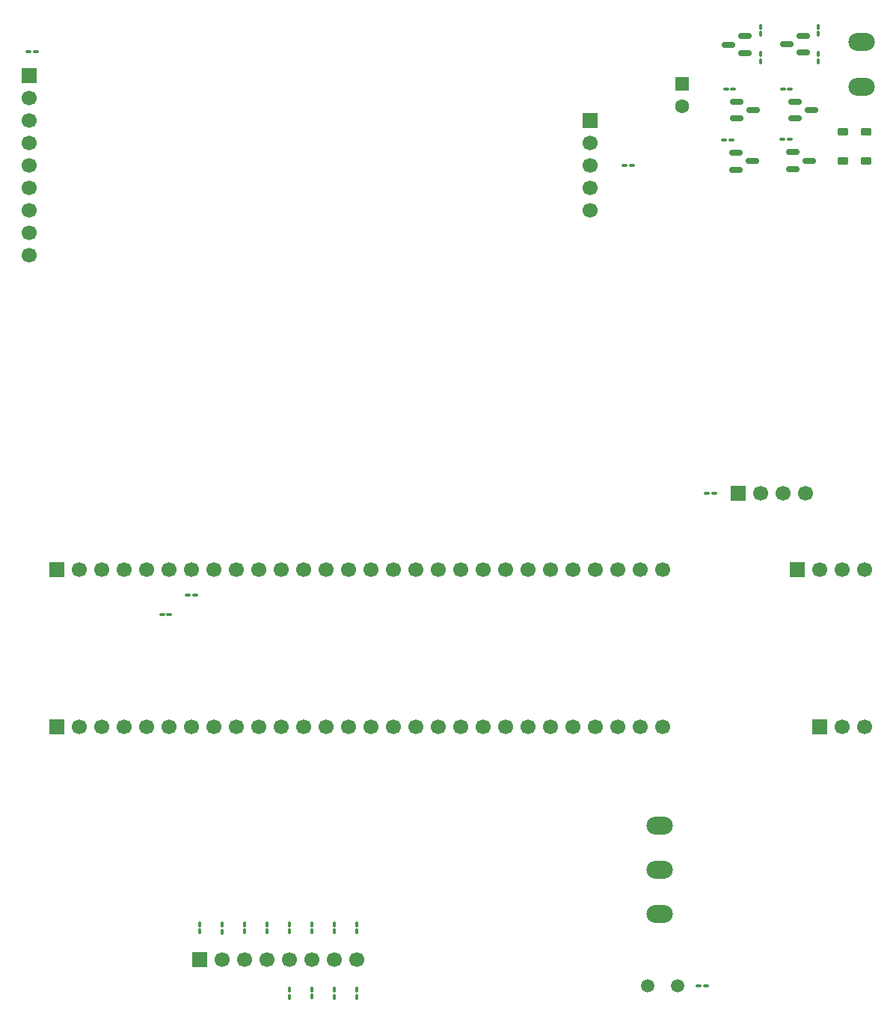
<source format=gbr>
%TF.GenerationSoftware,KiCad,Pcbnew,9.0.6*%
%TF.CreationDate,2025-11-21T06:24:55-05:00*%
%TF.ProjectId,sch,7363682e-6b69-4636-9164-5f7063625858,1.0*%
%TF.SameCoordinates,Original*%
%TF.FileFunction,Soldermask,Top*%
%TF.FilePolarity,Negative*%
%FSLAX46Y46*%
G04 Gerber Fmt 4.6, Leading zero omitted, Abs format (unit mm)*
G04 Created by KiCad (PCBNEW 9.0.6) date 2025-11-21 06:24:55*
%MOMM*%
%LPD*%
G01*
G04 APERTURE LIST*
G04 Aperture macros list*
%AMRoundRect*
0 Rectangle with rounded corners*
0 $1 Rounding radius*
0 $2 $3 $4 $5 $6 $7 $8 $9 X,Y pos of 4 corners*
0 Add a 4 corners polygon primitive as box body*
4,1,4,$2,$3,$4,$5,$6,$7,$8,$9,$2,$3,0*
0 Add four circle primitives for the rounded corners*
1,1,$1+$1,$2,$3*
1,1,$1+$1,$4,$5*
1,1,$1+$1,$6,$7*
1,1,$1+$1,$8,$9*
0 Add four rect primitives between the rounded corners*
20,1,$1+$1,$2,$3,$4,$5,0*
20,1,$1+$1,$4,$5,$6,$7,0*
20,1,$1+$1,$6,$7,$8,$9,0*
20,1,$1+$1,$8,$9,$2,$3,0*%
G04 Aperture macros list end*
%ADD10RoundRect,0.150000X-0.587500X-0.150000X0.587500X-0.150000X0.587500X0.150000X-0.587500X0.150000X0*%
%ADD11R,1.700000X1.700000*%
%ADD12C,1.700000*%
%ADD13RoundRect,1.000000X0.500000X0.000010X-0.500000X0.000010X-0.500000X-0.000010X0.500000X-0.000010X0*%
%ADD14RoundRect,0.150000X0.587500X0.150000X-0.587500X0.150000X-0.587500X-0.150000X0.587500X-0.150000X0*%
%ADD15RoundRect,0.100000X-0.100000X0.217500X-0.100000X-0.217500X0.100000X-0.217500X0.100000X0.217500X0*%
%ADD16RoundRect,0.100000X0.100000X-0.217500X0.100000X0.217500X-0.100000X0.217500X-0.100000X-0.217500X0*%
%ADD17RoundRect,0.225000X0.375000X-0.225000X0.375000X0.225000X-0.375000X0.225000X-0.375000X-0.225000X0*%
%ADD18RoundRect,0.225000X-0.375000X0.225000X-0.375000X-0.225000X0.375000X-0.225000X0.375000X0.225000X0*%
%ADD19RoundRect,0.100000X-0.217500X-0.100000X0.217500X-0.100000X0.217500X0.100000X-0.217500X0.100000X0*%
%ADD20RoundRect,0.100000X0.217500X0.100000X-0.217500X0.100000X-0.217500X-0.100000X0.217500X-0.100000X0*%
%ADD21C,1.500000*%
%ADD22RoundRect,0.250000X-0.550000X0.550000X-0.550000X-0.550000X0.550000X-0.550000X0.550000X0.550000X0*%
%ADD23C,1.600000*%
G04 APERTURE END LIST*
D10*
%TO.C,Q5*%
X125793500Y-61473000D03*
X125793500Y-63373000D03*
X127668500Y-62423000D03*
%TD*%
D11*
%TO.C,J3*%
X65080000Y-152718050D03*
D12*
X67620000Y-152718050D03*
X70160000Y-152718050D03*
X72700000Y-152718050D03*
X75240000Y-152718050D03*
X77780000Y-152718050D03*
X80320000Y-152718050D03*
X82860000Y-152718050D03*
%TD*%
D13*
%TO.C,LS1*%
X139978500Y-53975000D03*
X139978500Y-48895000D03*
%TD*%
D14*
%TO.C,Q4*%
X133383500Y-50124000D03*
X133383500Y-48224000D03*
X131508500Y-49174000D03*
%TD*%
D15*
%TO.C,R5*%
X72700000Y-148728050D03*
X72700000Y-149543050D03*
%TD*%
%TO.C,R17*%
X128587500Y-50317000D03*
X128587500Y-51132000D03*
%TD*%
D16*
%TO.C,R9*%
X75240000Y-156935550D03*
X75240000Y-156120550D03*
%TD*%
D17*
%TO.C,D2*%
X140525500Y-62356000D03*
X140525500Y-59056000D03*
%TD*%
D14*
%TO.C,Q3*%
X126809500Y-50185000D03*
X126809500Y-48285000D03*
X124934500Y-49235000D03*
%TD*%
D18*
%TO.C,D1*%
X137858500Y-59056000D03*
X137858500Y-62356000D03*
%TD*%
D15*
%TO.C,R7*%
X67620000Y-148778850D03*
X67620000Y-149593850D03*
%TD*%
D19*
%TO.C,R22*%
X124445500Y-60010000D03*
X125260500Y-60010000D03*
%TD*%
D15*
%TO.C,R1*%
X82860000Y-148728050D03*
X82860000Y-149543050D03*
%TD*%
D20*
%TO.C,R15*%
X131889500Y-54229000D03*
X131074500Y-54229000D03*
%TD*%
D11*
%TO.C,J8*%
X132715000Y-108585000D03*
D12*
X135255000Y-108585000D03*
X137795000Y-108585000D03*
X140335000Y-108585000D03*
%TD*%
D19*
%TO.C,C4*%
X60806500Y-113665000D03*
X61621500Y-113665000D03*
%TD*%
D11*
%TO.C,J5*%
X109220000Y-57785000D03*
D12*
X109220000Y-60325000D03*
X109220000Y-62865000D03*
X109220000Y-65405000D03*
X109220000Y-67945000D03*
%TD*%
D19*
%TO.C,R14*%
X124624000Y-54229000D03*
X125439000Y-54229000D03*
%TD*%
D11*
%TO.C,J1*%
X48895000Y-126365000D03*
D12*
X51435000Y-126365000D03*
X53975000Y-126365000D03*
X56515000Y-126365000D03*
X59055000Y-126365000D03*
X61595000Y-126365000D03*
X64135000Y-126365000D03*
X66675000Y-126365000D03*
X69215000Y-126365000D03*
X71755000Y-126365000D03*
X74295000Y-126365000D03*
X76835000Y-126365000D03*
X79375000Y-126365000D03*
X81915000Y-126365000D03*
X84455000Y-126365000D03*
X86995000Y-126365000D03*
X89535000Y-126365000D03*
X92075000Y-126365000D03*
X94615000Y-126365000D03*
X97155000Y-126365000D03*
X99695000Y-126365000D03*
X102235000Y-126365000D03*
X104775000Y-126365000D03*
X107315000Y-126365000D03*
X109855000Y-126365000D03*
X112395000Y-126365000D03*
X114935000Y-126365000D03*
X117475000Y-126365000D03*
%TD*%
D15*
%TO.C,R19*%
X135064500Y-47217500D03*
X135064500Y-48032500D03*
%TD*%
D11*
%TO.C,J4*%
X45720000Y-52705000D03*
D12*
X45720000Y-55245000D03*
X45720000Y-57785000D03*
X45720000Y-60325000D03*
X45720000Y-62865000D03*
X45720000Y-65405000D03*
X45720000Y-67945000D03*
X45720000Y-70485000D03*
X45720000Y-73025000D03*
%TD*%
D15*
%TO.C,R8*%
X65080000Y-148728050D03*
X65080000Y-149543050D03*
%TD*%
D11*
%TO.C,J2*%
X48895000Y-108585000D03*
D12*
X51435000Y-108585000D03*
X53975000Y-108585000D03*
X56515000Y-108585000D03*
X59055000Y-108585000D03*
X61595000Y-108585000D03*
X64135000Y-108585000D03*
X66675000Y-108585000D03*
X69215000Y-108585000D03*
X71755000Y-108585000D03*
X74295000Y-108585000D03*
X76835000Y-108585000D03*
X79375000Y-108585000D03*
X81915000Y-108585000D03*
X84455000Y-108585000D03*
X86995000Y-108585000D03*
X89535000Y-108585000D03*
X92075000Y-108585000D03*
X94615000Y-108585000D03*
X97155000Y-108585000D03*
X99695000Y-108585000D03*
X102235000Y-108585000D03*
X104775000Y-108585000D03*
X107315000Y-108585000D03*
X109855000Y-108585000D03*
X112395000Y-108585000D03*
X114935000Y-108585000D03*
X117475000Y-108585000D03*
%TD*%
D10*
%TO.C,Q2*%
X132427500Y-55692000D03*
X132427500Y-57592000D03*
X134302500Y-56642000D03*
%TD*%
D16*
%TO.C,R12*%
X82860000Y-156935550D03*
X82860000Y-156120550D03*
%TD*%
D11*
%TO.C,J6*%
X126050000Y-100012500D03*
D12*
X128590000Y-100012500D03*
X131130000Y-100012500D03*
X133670000Y-100012500D03*
%TD*%
D15*
%TO.C,R4*%
X75240000Y-148728050D03*
X75240000Y-149543050D03*
%TD*%
D16*
%TO.C,R10*%
X77780000Y-156909450D03*
X77780000Y-156094450D03*
%TD*%
D11*
%TO.C,J7*%
X135255000Y-126365000D03*
D12*
X137795000Y-126365000D03*
X140335000Y-126365000D03*
%TD*%
D21*
%TO.C,R23*%
X115775000Y-155702000D03*
X119175000Y-155702000D03*
%TD*%
D20*
%TO.C,R13*%
X113997000Y-62865000D03*
X113182000Y-62865000D03*
%TD*%
D13*
%TO.C,RV1*%
X117150000Y-147557500D03*
X117150000Y-142557500D03*
X117150000Y-137557500D03*
%TD*%
D20*
%TO.C,C3*%
X123272500Y-100012500D03*
X122457500Y-100012500D03*
%TD*%
D15*
%TO.C,R2*%
X80320000Y-148728050D03*
X80320000Y-149543050D03*
%TD*%
D16*
%TO.C,R11*%
X80320000Y-156936650D03*
X80320000Y-156121650D03*
%TD*%
D15*
%TO.C,R6*%
X70160000Y-148726950D03*
X70160000Y-149541950D03*
%TD*%
%TO.C,R18*%
X128587500Y-47217500D03*
X128587500Y-48032500D03*
%TD*%
D20*
%TO.C,C5*%
X64542500Y-111506000D03*
X63727500Y-111506000D03*
%TD*%
D19*
%TO.C,R24*%
X121561500Y-155702000D03*
X122376500Y-155702000D03*
%TD*%
D10*
%TO.C,Q6*%
X132222000Y-61407000D03*
X132222000Y-63307000D03*
X134097000Y-62357000D03*
%TD*%
%TO.C,Q1*%
X125823500Y-55692000D03*
X125823500Y-57592000D03*
X127698500Y-56642000D03*
%TD*%
D16*
%TO.C,R16*%
X135064500Y-51105500D03*
X135064500Y-50290500D03*
%TD*%
D19*
%TO.C,C2*%
X45693500Y-50038000D03*
X46508500Y-50038000D03*
%TD*%
D15*
%TO.C,R3*%
X77780000Y-148728050D03*
X77780000Y-149543050D03*
%TD*%
D22*
%TO.C,C1*%
X119697500Y-53711349D03*
D23*
X119697500Y-56211349D03*
%TD*%
D19*
%TO.C,R21*%
X131022500Y-59944000D03*
X131837500Y-59944000D03*
%TD*%
M02*

</source>
